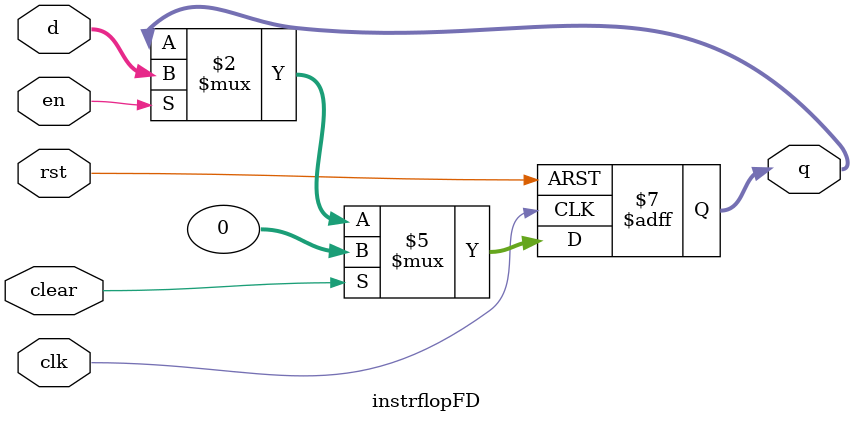
<source format=v>
`timescale 1ns / 1ps

module instrflopFD # (parameter WIDTH = 32)(
    input wire clk,rst,en,clear,
    input wire [WIDTH-1:0] d,
    output reg [WIDTH-1:0] q
);
    always@(posedge clk,posedge rst)begin
        if(rst)begin
            q <= 32'hF0000000;
        end else if(clear)begin
            q <= 0;
        end else if(en)begin
            q <= d;
        end
    end
endmodule
</source>
